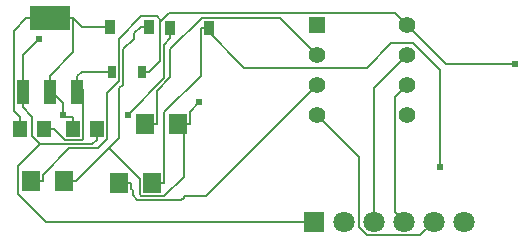
<source format=gbl>
G04 Layer: BottomLayer*
G04 EasyEDA v6.1.52, Mon, 22 Jul 2019 07:30:32 GMT*
G04 48bfd73402ea4c338a6de7f667507198,62ece946848449f3960951035e99d9e0,10*
G04 Gerber Generator version 0.2*
G04 Scale: 100 percent, Rotated: No, Reflected: No *
G04 Dimensions in millimeters *
G04 leading zeros omitted , absolute positions ,3 integer and 3 decimal *
%FSLAX33Y33*%
%MOMM*%
G90*
G71D02*

%ADD10C,0.159995*%
%ADD12C,0.610006*%
%ADD19C,1.397000*%
%ADD20C,1.799996*%
%ADD21R,1.799996X1.799996*%
%ADD22R,1.092200X2.159000*%
%ADD23R,3.505200X2.159000*%
%ADD24R,0.909320X1.219200*%
%ADD25R,0.799998X0.999998*%
%ADD26R,1.600200X1.800860*%
%ADD27R,1.160018X1.450010*%

%LPD*%
G54D10*
G01X2540Y5461D02*
G01X3581Y5461D01*
G01X13596Y19042D02*
G01X14221Y19667D01*
G01X33418Y19667D01*
G01X34417Y18669D01*
G01X12580Y14732D02*
G01X13462Y15613D01*
G01X13462Y18907D01*
G01X13596Y19042D01*
G01X3581Y5461D02*
G01X3581Y5981D01*
G01X5836Y8237D01*
G01X8229Y8237D01*
G01X9047Y9055D01*
G01X9047Y12910D01*
G01X10040Y13903D01*
G01X10040Y17523D01*
G01X11910Y19392D01*
G01X13246Y19392D01*
G01X13596Y19042D01*
G01X34417Y18669D02*
G01X37754Y15331D01*
G01X43525Y15331D01*
G01X43525Y15331D01*
G01X11938Y14732D02*
G01X12580Y14732D01*
G01X11851Y18542D02*
G01X11267Y17960D01*
G01X11267Y17503D01*
G01X10363Y16598D01*
G01X10363Y13629D01*
G01X10040Y13307D01*
G01X10040Y9126D01*
G01X9182Y8267D01*
G01X6375Y5461D02*
G01X9182Y8267D01*
G01X15506Y10287D02*
G01X15506Y5811D01*
G01X13878Y4183D01*
G01X11932Y4183D01*
G01X11785Y4330D01*
G01X11785Y5666D01*
G01X9182Y8267D01*
G01X15506Y10287D02*
G01X16027Y10287D01*
G01X14986Y10287D02*
G01X15506Y10287D01*
G01X12547Y18542D02*
G01X11851Y18542D01*
G01X5334Y5461D02*
G01X6375Y5461D01*
G01X16027Y10287D02*
G01X16027Y11328D01*
G01X16827Y12128D01*
G01X17279Y18415D02*
G01X20627Y15067D01*
G01X31036Y15067D01*
G01X33078Y17106D01*
G01X34942Y17106D01*
G01X37231Y14820D01*
G01X37231Y6626D01*
G01X17279Y18415D02*
G01X16931Y18415D01*
G01X17627Y18415D02*
G01X17279Y18415D01*
G01X13868Y5334D02*
G01X13868Y11285D01*
G01X16931Y14345D01*
G01X16931Y18415D01*
G01X12827Y5334D02*
G01X13868Y5334D01*
G01X1651Y9906D02*
G01X1651Y10873D01*
G01X4178Y19227D02*
G01X2184Y19227D01*
G01X2184Y19227D02*
G01X1104Y18148D01*
G01X1104Y11419D01*
G01X1651Y10873D01*
G01X4315Y19227D02*
G01X4178Y19227D01*
G01X14376Y18415D02*
G01X14376Y17564D01*
G01X14376Y17564D02*
G01X13825Y17010D01*
G01X13825Y14155D01*
G01X10751Y11082D01*
G01X10751Y11049D01*
G01X6096Y9906D02*
G01X6096Y10873D01*
G01X5275Y11051D02*
G01X5453Y10873D01*
G01X6096Y10873D01*
G01X4178Y13195D02*
G01X5275Y12100D01*
G01X5275Y11051D01*
G01X9296Y18542D02*
G01X6858Y18542D01*
G01X6172Y19227D01*
G01X4315Y19227D02*
G01X6172Y19227D01*
G01X36703Y2032D02*
G01X35537Y866D01*
G01X31021Y866D01*
G01X30353Y1534D01*
G01X30353Y7493D01*
G01X26797Y11049D01*
G01X4178Y13030D02*
G01X4178Y13195D01*
G01X4178Y13609D02*
G01X4178Y14351D01*
G01X4178Y13609D02*
G01X4178Y13195D01*
G01X6172Y19227D02*
G01X6172Y16347D01*
G01X4178Y14351D01*
G01X26797Y16129D02*
G01X23660Y19265D01*
G01X17030Y19265D01*
G01X14363Y16598D01*
G01X14363Y14236D01*
G01X13233Y13108D01*
G01X13233Y10287D01*
G01X12192Y10287D02*
G01X13233Y10287D01*
G01X26797Y13589D02*
G01X17391Y4183D01*
G01X15506Y4183D01*
G01X15506Y4051D01*
G01X15316Y3860D01*
G01X11569Y3860D01*
G01X11181Y4249D01*
G01X11181Y4706D01*
G01X11074Y4813D01*
G01X11074Y5334D01*
G01X10033Y5334D02*
G01X11074Y5334D01*
G01X34163Y2032D02*
G01X33398Y2796D01*
G01X33398Y12570D01*
G01X34417Y13589D01*
G01X31623Y2032D02*
G01X31623Y13335D01*
G01X34417Y16129D01*
G01X1892Y13030D02*
G01X1892Y14351D01*
G01X3258Y17485D02*
G01X1892Y16118D01*
G01X1892Y14351D01*
G01X1892Y14351D01*
G01X3342Y8575D02*
G01X2679Y9237D01*
G01X2679Y10919D01*
G01X1892Y11709D01*
G01X8128Y8938D02*
G01X7764Y8575D01*
G01X3342Y8575D01*
G01X3342Y8575D02*
G01X1465Y6697D01*
G01X1465Y4386D01*
G01X3820Y2032D01*
G01X26543Y2032D01*
G01X1892Y13030D02*
G01X1892Y11709D01*
G01X8128Y9906D02*
G01X8128Y8938D01*
G01X3683Y9906D02*
G01X4505Y9906D01*
G01X6489Y13690D02*
G01X6954Y13225D01*
G01X6954Y8983D01*
G01X6908Y8938D01*
G01X5415Y8938D01*
G01X4505Y9850D01*
G01X4505Y9906D01*
G01X6489Y13690D02*
G01X6489Y14351D01*
G01X6489Y13030D02*
G01X6489Y13690D01*
G01X9398Y14732D02*
G01X6870Y14732D01*
G01X6489Y14351D01*
G54D22*
G01X6489Y13030D03*
G01X4178Y13030D03*
G01X1892Y13030D03*
G54D23*
G01X4178Y19227D03*
G54D24*
G01X9296Y18542D03*
G01X12547Y18542D03*
G01X14376Y18415D03*
G01X17627Y18415D03*
G54D25*
G01X11938Y14732D03*
G01X9398Y14732D03*
G54D26*
G01X14986Y10287D03*
G01X12192Y10287D03*
G01X5334Y5461D03*
G01X2540Y5461D03*
G01X12827Y5334D03*
G01X10033Y5334D03*
G54D27*
G01X3683Y9906D03*
G01X1651Y9906D03*
G01X8128Y9906D03*
G01X6096Y9906D03*
G36*
G01X27495Y19367D02*
G01X27495Y17970D01*
G01X26098Y17970D01*
G01X26098Y19367D01*
G01X27495Y19367D01*
G37*
G54D19*
G01X26797Y16129D03*
G01X26797Y13589D03*
G01X26797Y11049D03*
G01X34417Y11049D03*
G01X34417Y13589D03*
G01X34417Y16129D03*
G01X34417Y18669D03*
G54D20*
G01X39243Y2032D03*
G01X36703Y2032D03*
G01X34163Y2032D03*
G01X31623Y2032D03*
G01X29083Y2032D03*
G54D21*
G01X26543Y2032D03*
G54D12*
G01X43525Y15331D03*
G01X16827Y12128D03*
G01X37231Y6626D03*
G01X10751Y11049D03*
G01X5275Y11051D03*
G01X3258Y17485D03*
M00*
M02*

</source>
